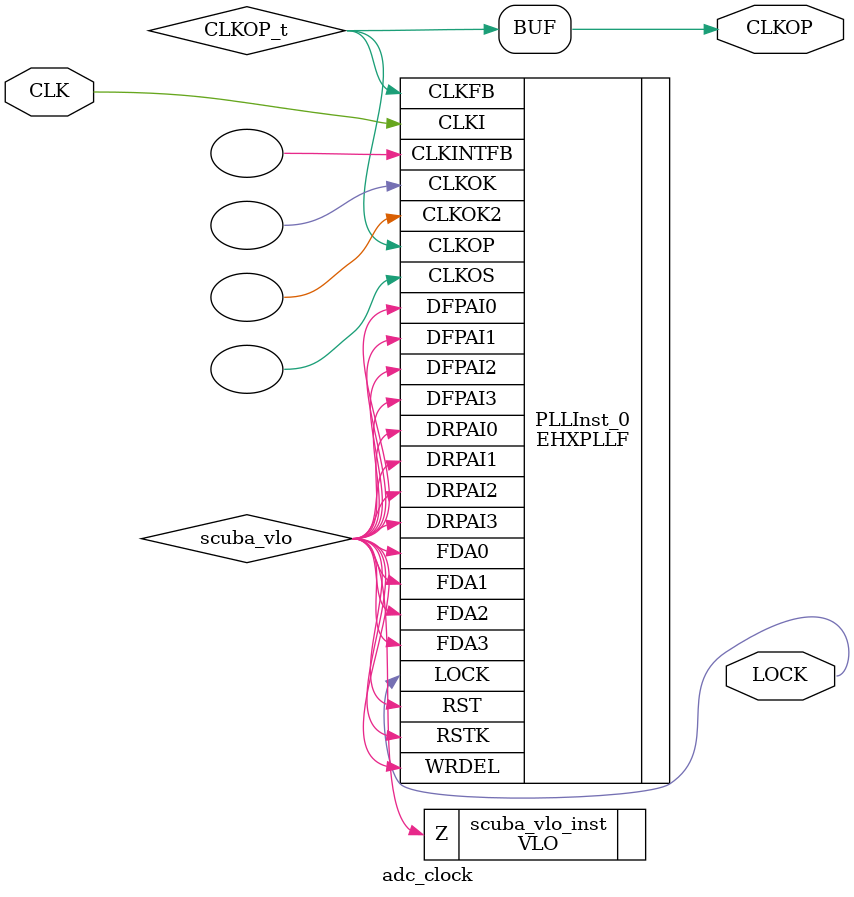
<source format=v>
/* Verilog netlist generated by SCUBA Diamond_2.2_Production (99) */
/* Module Version: 5.4 */
/* C:\lscc\diamond\2.2_x64\ispfpga\bin\nt64\scuba.exe -w -n adc_clock -lang verilog -synth synplify -arch ep5c00 -type pll -fin 125 -phase_cntl STATIC -fclkop 135 -fclkop_tol 0.0 -fb_mode CLOCKTREE -noclkos -noclkok -norst -noclkok2 -bw -e  */
/* Mon Dec 02 17:32:05 2013 */


`timescale 1 ns / 1 ps
module adc_clock (CLK, CLKOP, LOCK)/* synthesis syn_noprune=1 *//* synthesis NGD_DRC_MASK=1 */;// exemplar attribute adc_clock dont_touch true 
    input wire CLK;
    output wire CLKOP;
    output wire LOCK;

    wire CLKOP_t;
    wire scuba_vlo;

    VLO scuba_vlo_inst (.Z(scuba_vlo));

    defparam PLLInst_0.FEEDBK_PATH = "CLKOP" ;
    defparam PLLInst_0.CLKOK_BYPASS = "DISABLED" ;
    defparam PLLInst_0.CLKOS_BYPASS = "DISABLED" ;
    defparam PLLInst_0.CLKOP_BYPASS = "DISABLED" ;
    defparam PLLInst_0.CLKOK_INPUT = "CLKOP" ;
    defparam PLLInst_0.DELAY_PWD = "DISABLED" ;
    defparam PLLInst_0.DELAY_VAL = 0 ;
    defparam PLLInst_0.CLKOS_TRIM_DELAY = 0 ;
    defparam PLLInst_0.CLKOS_TRIM_POL = "RISING" ;
    defparam PLLInst_0.CLKOP_TRIM_DELAY = 0 ;
    defparam PLLInst_0.CLKOP_TRIM_POL = "RISING" ;
    defparam PLLInst_0.PHASE_DELAY_CNTL = "STATIC" ;
    defparam PLLInst_0.DUTY = 8 ;
    defparam PLLInst_0.PHASEADJ = "0.0" ;
    defparam PLLInst_0.CLKOK_DIV = 2 ;
    defparam PLLInst_0.CLKOP_DIV = 4 ;
    defparam PLLInst_0.CLKFB_DIV = 27 ;
    defparam PLLInst_0.CLKI_DIV = 25 ;
    defparam PLLInst_0.FIN = "125.000000" ;
    EHXPLLF PLLInst_0 (.CLKI(CLK), .CLKFB(CLKOP_t), .RST(scuba_vlo), .RSTK(scuba_vlo), 
        .WRDEL(scuba_vlo), .DRPAI3(scuba_vlo), .DRPAI2(scuba_vlo), .DRPAI1(scuba_vlo), 
        .DRPAI0(scuba_vlo), .DFPAI3(scuba_vlo), .DFPAI2(scuba_vlo), .DFPAI1(scuba_vlo), 
        .DFPAI0(scuba_vlo), .FDA3(scuba_vlo), .FDA2(scuba_vlo), .FDA1(scuba_vlo), 
        .FDA0(scuba_vlo), .CLKOP(CLKOP_t), .CLKOS(), .CLKOK(), .CLKOK2(), 
        .LOCK(LOCK), .CLKINTFB())
             /* synthesis FREQUENCY_PIN_CLKOP="135.000000" */
             /* synthesis FREQUENCY_PIN_CLKI="125.000000" */;

    assign CLKOP = CLKOP_t;


    // exemplar begin
    // exemplar attribute PLLInst_0 FREQUENCY_PIN_CLKOP 135.000000
    // exemplar attribute PLLInst_0 FREQUENCY_PIN_CLKI 125.000000
    // exemplar end

endmodule

</source>
